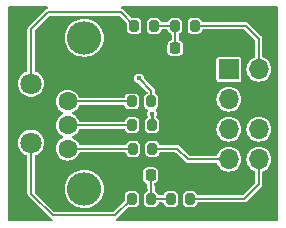
<source format=gbr>
%TF.GenerationSoftware,KiCad,Pcbnew,7.0.5-4d25ed1034~172~ubuntu22.04.1*%
%TF.CreationDate,2023-06-13T21:53:17+03:00*%
%TF.ProjectId,SolderPlate_Control,536f6c64-6572-4506-9c61-74655f436f6e,rev?*%
%TF.SameCoordinates,Original*%
%TF.FileFunction,Copper,L1,Top*%
%TF.FilePolarity,Positive*%
%FSLAX46Y46*%
G04 Gerber Fmt 4.6, Leading zero omitted, Abs format (unit mm)*
G04 Created by KiCad (PCBNEW 7.0.5-4d25ed1034~172~ubuntu22.04.1) date 2023-06-13 21:53:17*
%MOMM*%
%LPD*%
G01*
G04 APERTURE LIST*
G04 Aperture macros list*
%AMRoundRect*
0 Rectangle with rounded corners*
0 $1 Rounding radius*
0 $2 $3 $4 $5 $6 $7 $8 $9 X,Y pos of 4 corners*
0 Add a 4 corners polygon primitive as box body*
4,1,4,$2,$3,$4,$5,$6,$7,$8,$9,$2,$3,0*
0 Add four circle primitives for the rounded corners*
1,1,$1+$1,$2,$3*
1,1,$1+$1,$4,$5*
1,1,$1+$1,$6,$7*
1,1,$1+$1,$8,$9*
0 Add four rect primitives between the rounded corners*
20,1,$1+$1,$2,$3,$4,$5,0*
20,1,$1+$1,$4,$5,$6,$7,0*
20,1,$1+$1,$6,$7,$8,$9,0*
20,1,$1+$1,$8,$9,$2,$3,0*%
G04 Aperture macros list end*
%TA.AperFunction,SMDPad,CuDef*%
%ADD10RoundRect,0.200000X-0.200000X-0.275000X0.200000X-0.275000X0.200000X0.275000X-0.200000X0.275000X0*%
%TD*%
%TA.AperFunction,SMDPad,CuDef*%
%ADD11RoundRect,0.200000X0.200000X0.275000X-0.200000X0.275000X-0.200000X-0.275000X0.200000X-0.275000X0*%
%TD*%
%TA.AperFunction,ComponentPad*%
%ADD12R,1.700000X1.700000*%
%TD*%
%TA.AperFunction,ComponentPad*%
%ADD13O,1.700000X1.700000*%
%TD*%
%TA.AperFunction,SMDPad,CuDef*%
%ADD14RoundRect,0.225000X0.225000X0.250000X-0.225000X0.250000X-0.225000X-0.250000X0.225000X-0.250000X0*%
%TD*%
%TA.AperFunction,SMDPad,CuDef*%
%ADD15RoundRect,0.225000X-0.225000X-0.250000X0.225000X-0.250000X0.225000X0.250000X-0.225000X0.250000X0*%
%TD*%
%TA.AperFunction,ComponentPad*%
%ADD16C,1.600000*%
%TD*%
%TA.AperFunction,ComponentPad*%
%ADD17C,1.800000*%
%TD*%
%TA.AperFunction,ComponentPad*%
%ADD18O,2.900000X2.800000*%
%TD*%
%TA.AperFunction,ViaPad*%
%ADD19C,0.450000*%
%TD*%
%TA.AperFunction,Conductor*%
%ADD20C,0.250000*%
%TD*%
%TA.AperFunction,Conductor*%
%ADD21C,0.200000*%
%TD*%
G04 APERTURE END LIST*
D10*
%TO.P,R4,1*%
%TO.N,Net-(U1-A)*%
X10900000Y18450000D03*
%TO.P,R4,2*%
%TO.N,Net-(C1-Pad1)*%
X12550000Y18450000D03*
%TD*%
D11*
%TO.P,R6,1*%
%TO.N,Net-(C2-Pad1)*%
X12325000Y3800000D03*
%TO.P,R6,2*%
%TO.N,Net-(U1-B)*%
X10675000Y3800000D03*
%TD*%
D12*
%TO.P,J1,1,Pin_1*%
%TO.N,+5V*%
X18900000Y14780000D03*
D13*
%TO.P,J1,2,Pin_2*%
%TO.N,/Enc_A*%
X21440000Y14780000D03*
%TO.P,J1,3,Pin_3*%
%TO.N,/LED_Blue*%
X18900000Y12240000D03*
%TO.P,J1,4,Pin_4*%
%TO.N,GND*%
X21440000Y12240000D03*
%TO.P,J1,5,Pin_5*%
%TO.N,/LED_Orange*%
X18900000Y9700000D03*
%TO.P,J1,6,Pin_6*%
%TO.N,unconnected-(J1-Pin_6-Pad6)*%
X21440000Y9700000D03*
%TO.P,J1,7,Pin_7*%
%TO.N,/Enc_SW*%
X18900000Y7160000D03*
%TO.P,J1,8,Pin_8*%
%TO.N,/Enc_B*%
X21440000Y7160000D03*
%TD*%
D11*
%TO.P,R1,1*%
%TO.N,/Enc_SW*%
X12425000Y8050000D03*
%TO.P,R1,2*%
%TO.N,Net-(U1-SW)*%
X10775000Y8050000D03*
%TD*%
D10*
%TO.P,R7,1*%
%TO.N,Net-(C2-Pad1)*%
X13975000Y3800000D03*
%TO.P,R7,2*%
%TO.N,/Enc_B*%
X15625000Y3800000D03*
%TD*%
D11*
%TO.P,R2,1*%
%TO.N,Net-(Q4-S)*%
X12375000Y10050000D03*
%TO.P,R2,2*%
%TO.N,Net-(U1-A2)*%
X10725000Y10050000D03*
%TD*%
D14*
%TO.P,C2,1*%
%TO.N,Net-(C2-Pad1)*%
X12275000Y5800000D03*
%TO.P,C2,2*%
%TO.N,GND*%
X10725000Y5800000D03*
%TD*%
D15*
%TO.P,C1,1*%
%TO.N,Net-(C1-Pad1)*%
X14350000Y16550000D03*
%TO.P,C1,2*%
%TO.N,GND*%
X15900000Y16550000D03*
%TD*%
D11*
%TO.P,R3,1*%
%TO.N,Net-(Q1-S)*%
X12325000Y12050000D03*
%TO.P,R3,2*%
%TO.N,Net-(U1-A1)*%
X10675000Y12050000D03*
%TD*%
%TO.P,R5,1*%
%TO.N,/Enc_A*%
X16000000Y18450000D03*
%TO.P,R5,2*%
%TO.N,Net-(C1-Pad1)*%
X14350000Y18450000D03*
%TD*%
D16*
%TO.P,U1,1,COM*%
%TO.N,GND*%
X5250000Y14050000D03*
%TO.P,U1,2,A1*%
%TO.N,Net-(U1-A1)*%
X5250000Y12050000D03*
%TO.P,U1,3,A2*%
%TO.N,Net-(U1-A2)*%
X5250000Y10050000D03*
%TO.P,U1,4,SW*%
%TO.N,Net-(U1-SW)*%
X5250000Y8050000D03*
D17*
%TO.P,U1,5,A*%
%TO.N,Net-(U1-A)*%
X2150000Y13550000D03*
%TO.P,U1,6,C*%
%TO.N,GND*%
X2150000Y11050000D03*
%TO.P,U1,7,B*%
%TO.N,Net-(U1-B)*%
X2150000Y8550000D03*
D18*
%TO.P,U1,SH*%
%TO.N,N/C*%
X6650000Y4650000D03*
X6650000Y17450000D03*
%TD*%
D19*
%TO.N,GND*%
X14800000Y15400000D03*
X17600000Y10800000D03*
X17600000Y8400000D03*
X20200000Y13400000D03*
X20200000Y11000000D03*
X20200000Y8400000D03*
%TO.N,Net-(Q4-S)*%
X12400000Y11000000D03*
%TO.N,GND*%
X1200000Y18800000D03*
X1200000Y3000000D03*
X1200000Y6000000D03*
X1200000Y16000000D03*
X15200000Y5000000D03*
X15400000Y6400000D03*
X3600000Y9600000D03*
X3600000Y12400000D03*
X8200000Y13200000D03*
X7000000Y13200000D03*
X4800000Y15600000D03*
X4800000Y6600000D03*
X8200000Y6600000D03*
X7000000Y9000000D03*
X8200000Y9000000D03*
X7000000Y11000000D03*
X8200000Y11000000D03*
X8200000Y15400000D03*
X4000000Y18600000D03*
X9400000Y18600000D03*
X10600000Y14800000D03*
X10000000Y13400000D03*
X12800000Y17200000D03*
X17000000Y19400000D03*
X19600000Y19400000D03*
X17200000Y17600000D03*
X18600000Y17400000D03*
X19800000Y16600000D03*
X11000000Y2600000D03*
X13000000Y2600000D03*
X15600000Y2600000D03*
X20000000Y3000000D03*
X18000000Y3000000D03*
X22000000Y3000000D03*
X22000000Y19000000D03*
%TO.N,Net-(Q1-S)*%
X11300000Y14000000D03*
%TD*%
D20*
%TO.N,Net-(Q4-S)*%
X12375000Y10975000D02*
X12400000Y11000000D01*
X12375000Y10050000D02*
X12375000Y10975000D01*
D21*
%TO.N,Net-(C1-Pad1)*%
X14350000Y18450000D02*
X14350000Y16550000D01*
X14350000Y18450000D02*
X12550000Y18450000D01*
%TO.N,Net-(C2-Pad1)*%
X12325000Y4775000D02*
X12325000Y3800000D01*
X13975000Y3800000D02*
X12325000Y3800000D01*
X12275000Y5800000D02*
X12275000Y4825000D01*
X12275000Y4825000D02*
X12325000Y4775000D01*
%TO.N,/Enc_A*%
X20350000Y18450000D02*
X16000000Y18450000D01*
X21440000Y17360000D02*
X20350000Y18450000D01*
X21440000Y14780000D02*
X21440000Y17360000D01*
%TO.N,/Enc_B*%
X21440000Y7160000D02*
X21440000Y5040000D01*
X21440000Y5040000D02*
X20200000Y3800000D01*
X20200000Y3800000D02*
X15625000Y3800000D01*
%TO.N,/Enc_SW*%
X14550000Y8050000D02*
X15440000Y7160000D01*
X15440000Y7160000D02*
X18900000Y7160000D01*
X12425000Y8050000D02*
X14550000Y8050000D01*
%TO.N,Net-(Q1-S)*%
X12325000Y12975000D02*
X12325000Y12050000D01*
X11300000Y14000000D02*
X12325000Y12975000D01*
%TO.N,Net-(U1-SW)*%
X10775000Y8050000D02*
X5250000Y8050000D01*
%TO.N,Net-(U1-A2)*%
X10725000Y10050000D02*
X5250000Y10050000D01*
%TO.N,Net-(U1-A1)*%
X10675000Y12050000D02*
X5250000Y12050000D01*
%TO.N,Net-(U1-A)*%
X10900000Y18450000D02*
X9750000Y19600000D01*
X2150000Y18150000D02*
X2150000Y13550000D01*
X3600000Y19600000D02*
X2150000Y18150000D01*
X9750000Y19600000D02*
X3600000Y19600000D01*
%TO.N,Net-(U1-B)*%
X9275000Y2400000D02*
X4000000Y2400000D01*
X2150000Y4250000D02*
X2150000Y8550000D01*
X10675000Y3800000D02*
X9275000Y2400000D01*
X4000000Y2400000D02*
X2150000Y4250000D01*
%TD*%
%TA.AperFunction,Conductor*%
%TO.N,GND*%
G36*
X3527164Y20079183D02*
G01*
X3566760Y20024683D01*
X3566760Y19957317D01*
X3527164Y19902817D01*
X3498328Y19890402D01*
X3498984Y19888709D01*
X3489566Y19885061D01*
X3462761Y19868465D01*
X3456081Y19864944D01*
X3427237Y19852207D01*
X3427235Y19852206D01*
X3427233Y19852205D01*
X3427228Y19852201D01*
X3421102Y19846075D01*
X3401423Y19830487D01*
X3394050Y19825922D01*
X3394045Y19825917D01*
X3375047Y19800761D01*
X3370088Y19795061D01*
X1981575Y18406549D01*
X1975877Y18401590D01*
X1965770Y18393958D01*
X1933449Y18358504D01*
X1931714Y18356686D01*
X1917824Y18342796D01*
X1916010Y18340148D01*
X1911328Y18334239D01*
X1890084Y18310935D01*
X1890082Y18310930D01*
X1886950Y18302846D01*
X1875244Y18280637D01*
X1870345Y18273485D01*
X1870344Y18273482D01*
X1863125Y18242795D01*
X1860891Y18235582D01*
X1849501Y18206178D01*
X1849500Y18206171D01*
X1849500Y18197510D01*
X1846605Y18172556D01*
X1844621Y18164123D01*
X1844621Y18164118D01*
X1848977Y18132892D01*
X1849500Y18125354D01*
X1849500Y14688449D01*
X1828683Y14624380D01*
X1779875Y14586810D01*
X1657371Y14539352D01*
X1657360Y14539347D01*
X1483961Y14431983D01*
X1483957Y14431980D01*
X1333234Y14294578D01*
X1210327Y14131823D01*
X1210327Y14131822D01*
X1119418Y13949251D01*
X1119416Y13949247D01*
X1063603Y13753083D01*
X1063602Y13753083D01*
X1044785Y13550001D01*
X1044785Y13550000D01*
X1063602Y13346918D01*
X1119416Y13150754D01*
X1119418Y13150750D01*
X1210327Y12968179D01*
X1210327Y12968178D01*
X1317359Y12826445D01*
X1333236Y12805421D01*
X1483959Y12668019D01*
X1657363Y12560652D01*
X1847544Y12486976D01*
X2048024Y12449500D01*
X2048025Y12449500D01*
X2251975Y12449500D01*
X2251976Y12449500D01*
X2452456Y12486976D01*
X2642637Y12560652D01*
X2816041Y12668019D01*
X2966764Y12805421D01*
X3089673Y12968179D01*
X3180582Y13150750D01*
X3236397Y13346917D01*
X3255215Y13550000D01*
X3253024Y13573640D01*
X3236397Y13753083D01*
X3180583Y13949247D01*
X3180582Y13949248D01*
X3180582Y13949250D01*
X3155312Y14000000D01*
X10869196Y14000000D01*
X10890280Y13866877D01*
X10890280Y13866876D01*
X10890280Y13866875D01*
X10890281Y13866874D01*
X10951472Y13746780D01*
X11046780Y13651472D01*
X11166874Y13590281D01*
X11271949Y13573639D01*
X11331971Y13543057D01*
X11331972Y13543057D01*
X11992575Y12882454D01*
X12023158Y12822430D01*
X12024500Y12805379D01*
X12024500Y12790080D01*
X12003683Y12726011D01*
X11964985Y12692961D01*
X11886659Y12653052D01*
X11796950Y12563343D01*
X11739353Y12450304D01*
X11724500Y12356520D01*
X11724500Y11743485D01*
X11724501Y11743480D01*
X11739353Y11649698D01*
X11739353Y11649697D01*
X11739354Y11649696D01*
X11796950Y11536658D01*
X11886658Y11446950D01*
X11998749Y11389837D01*
X12046383Y11342203D01*
X12056921Y11275667D01*
X12046383Y11243234D01*
X11990281Y11133128D01*
X11990280Y11133124D01*
X11969196Y11000001D01*
X11969196Y11000000D01*
X11990281Y10866874D01*
X11990281Y10866873D01*
X12016237Y10815931D01*
X12026775Y10749395D01*
X11996191Y10689372D01*
X11968604Y10669328D01*
X11936657Y10653050D01*
X11846951Y10563345D01*
X11789353Y10450304D01*
X11774500Y10356520D01*
X11774500Y9743485D01*
X11774501Y9743480D01*
X11789353Y9649698D01*
X11789353Y9649697D01*
X11789354Y9649696D01*
X11846950Y9536658D01*
X11936658Y9446950D01*
X12049696Y9389354D01*
X12143481Y9374500D01*
X12606518Y9374501D01*
X12700304Y9389354D01*
X12813342Y9446950D01*
X12903050Y9536658D01*
X12960646Y9649696D01*
X12968613Y9700000D01*
X17844417Y9700000D01*
X17864700Y9494066D01*
X17924768Y9296046D01*
X18022315Y9113550D01*
X18153590Y8953590D01*
X18313550Y8822315D01*
X18496046Y8724768D01*
X18694066Y8664700D01*
X18883054Y8646087D01*
X18899999Y8644417D01*
X18900000Y8644417D01*
X18900001Y8644417D01*
X18915657Y8645960D01*
X19105934Y8664700D01*
X19303954Y8724768D01*
X19486450Y8822315D01*
X19646410Y8953590D01*
X19777685Y9113550D01*
X19875232Y9296046D01*
X19935300Y9494066D01*
X19955583Y9700000D01*
X20384417Y9700000D01*
X20404700Y9494066D01*
X20464768Y9296046D01*
X20562315Y9113550D01*
X20693590Y8953590D01*
X20853550Y8822315D01*
X21036046Y8724768D01*
X21234066Y8664700D01*
X21423054Y8646087D01*
X21439999Y8644417D01*
X21440000Y8644417D01*
X21440001Y8644417D01*
X21455657Y8645960D01*
X21645934Y8664700D01*
X21843954Y8724768D01*
X22026450Y8822315D01*
X22186410Y8953590D01*
X22317685Y9113550D01*
X22415232Y9296046D01*
X22475300Y9494066D01*
X22495583Y9700000D01*
X22475300Y9905934D01*
X22415232Y10103954D01*
X22317685Y10286450D01*
X22186410Y10446410D01*
X22026450Y10577685D01*
X21843954Y10675232D01*
X21645934Y10735300D01*
X21490075Y10750651D01*
X21440001Y10755583D01*
X21439999Y10755583D01*
X21389925Y10750651D01*
X21234066Y10735300D01*
X21036046Y10675232D01*
X21036043Y10675231D01*
X21036041Y10675230D01*
X20853555Y10577688D01*
X20853552Y10577687D01*
X20853550Y10577685D01*
X20853547Y10577684D01*
X20853549Y10577684D01*
X20693594Y10446414D01*
X20693586Y10446406D01*
X20562316Y10286451D01*
X20562312Y10286445D01*
X20464770Y10103959D01*
X20464769Y10103957D01*
X20464768Y10103954D01*
X20404700Y9905934D01*
X20404700Y9905933D01*
X20387117Y9727409D01*
X20384417Y9700000D01*
X19955583Y9700000D01*
X19935300Y9905934D01*
X19875232Y10103954D01*
X19777685Y10286450D01*
X19646410Y10446410D01*
X19486450Y10577685D01*
X19303954Y10675232D01*
X19105934Y10735300D01*
X18950075Y10750651D01*
X18900001Y10755583D01*
X18899999Y10755583D01*
X18849925Y10750651D01*
X18694066Y10735300D01*
X18496046Y10675232D01*
X18496043Y10675231D01*
X18496041Y10675230D01*
X18313555Y10577688D01*
X18313552Y10577687D01*
X18313550Y10577685D01*
X18313547Y10577684D01*
X18313549Y10577684D01*
X18153594Y10446414D01*
X18153586Y10446406D01*
X18022316Y10286451D01*
X18022312Y10286445D01*
X17924770Y10103959D01*
X17924769Y10103957D01*
X17924768Y10103954D01*
X17864700Y9905934D01*
X17864700Y9905933D01*
X17847117Y9727409D01*
X17844417Y9700000D01*
X12968613Y9700000D01*
X12975500Y9743481D01*
X12975499Y10356518D01*
X12960646Y10450304D01*
X12903050Y10563342D01*
X12903049Y10563343D01*
X12903048Y10563345D01*
X12813342Y10653050D01*
X12806495Y10658025D01*
X12766901Y10712527D01*
X12766905Y10779893D01*
X12773444Y10795681D01*
X12809719Y10866874D01*
X12830804Y11000000D01*
X12809719Y11133126D01*
X12748528Y11253220D01*
X12731274Y11270474D01*
X12700691Y11330498D01*
X12711229Y11397034D01*
X12758862Y11444668D01*
X12763342Y11446950D01*
X12853050Y11536658D01*
X12910646Y11649696D01*
X12925500Y11743481D01*
X12925499Y12240000D01*
X17844417Y12240000D01*
X17864700Y12034066D01*
X17924768Y11836046D01*
X18022315Y11653550D01*
X18153590Y11493590D01*
X18313550Y11362315D01*
X18496046Y11264768D01*
X18694066Y11204700D01*
X18883054Y11186087D01*
X18899999Y11184417D01*
X18900000Y11184417D01*
X18900001Y11184417D01*
X18915657Y11185960D01*
X19105934Y11204700D01*
X19303954Y11264768D01*
X19486450Y11362315D01*
X19646410Y11493590D01*
X19777685Y11653550D01*
X19875232Y11836046D01*
X19935300Y12034066D01*
X19955583Y12240000D01*
X19935300Y12445934D01*
X19875232Y12643954D01*
X19777685Y12826450D01*
X19646410Y12986410D01*
X19486450Y13117685D01*
X19368083Y13180954D01*
X19303958Y13215230D01*
X19303957Y13215231D01*
X19303954Y13215232D01*
X19105934Y13275300D01*
X18968644Y13288822D01*
X18900001Y13295583D01*
X18899999Y13295583D01*
X18797033Y13285442D01*
X18694066Y13275300D01*
X18496046Y13215232D01*
X18496043Y13215231D01*
X18496041Y13215230D01*
X18313555Y13117688D01*
X18313552Y13117687D01*
X18313550Y13117685D01*
X18313547Y13117684D01*
X18313549Y13117684D01*
X18153594Y12986414D01*
X18153586Y12986406D01*
X18022316Y12826451D01*
X18022312Y12826445D01*
X17924770Y12643959D01*
X17924769Y12643957D01*
X17924768Y12643954D01*
X17864700Y12445934D01*
X17844417Y12240000D01*
X12925499Y12240000D01*
X12925499Y12356518D01*
X12910646Y12450304D01*
X12853050Y12563342D01*
X12763342Y12653050D01*
X12763340Y12653052D01*
X12685015Y12692961D01*
X12637380Y12740596D01*
X12625500Y12790080D01*
X12625500Y12912682D01*
X12626023Y12920221D01*
X12627771Y12932759D01*
X12627773Y12932764D01*
X12625558Y12980683D01*
X12625500Y12983199D01*
X12625500Y13002840D01*
X12625499Y13002849D01*
X12624913Y13005981D01*
X12624040Y13013500D01*
X12622585Y13044990D01*
X12622585Y13044992D01*
X12619084Y13052920D01*
X12611652Y13076921D01*
X12610061Y13085433D01*
X12593463Y13112240D01*
X12589943Y13118917D01*
X12577206Y13147765D01*
X12571073Y13153898D01*
X12555479Y13173588D01*
X12550919Y13180952D01*
X12550918Y13180953D01*
X12550917Y13180954D01*
X12525762Y13199950D01*
X12520061Y13204911D01*
X11814715Y13910256D01*
X17849499Y13910256D01*
X17861133Y13851768D01*
X17905445Y13785451D01*
X17905450Y13785446D01*
X17971767Y13741134D01*
X17971769Y13741133D01*
X18030252Y13729500D01*
X18030255Y13729500D01*
X19769744Y13729500D01*
X19769748Y13729500D01*
X19828231Y13741133D01*
X19894552Y13785448D01*
X19938867Y13851769D01*
X19950500Y13910252D01*
X19950500Y15649748D01*
X19938867Y15708231D01*
X19938866Y15708233D01*
X19894554Y15774550D01*
X19894549Y15774555D01*
X19828232Y15818867D01*
X19813610Y15821776D01*
X19769748Y15830500D01*
X18030252Y15830500D01*
X17995162Y15823521D01*
X17971767Y15818867D01*
X17905450Y15774555D01*
X17905445Y15774550D01*
X17861133Y15708233D01*
X17849499Y15649745D01*
X17849499Y13910256D01*
X11814715Y13910256D01*
X11756943Y13968028D01*
X11726361Y14028050D01*
X11709719Y14133126D01*
X11648528Y14253220D01*
X11553220Y14348528D01*
X11433126Y14409719D01*
X11433124Y14409720D01*
X11433123Y14409720D01*
X11300000Y14430804D01*
X11166876Y14409720D01*
X11166875Y14409720D01*
X11046778Y14348527D01*
X10951473Y14253222D01*
X10890280Y14133125D01*
X10890280Y14133124D01*
X10869196Y14000001D01*
X10869196Y14000000D01*
X3155312Y14000000D01*
X3089673Y14131821D01*
X3089672Y14131823D01*
X2966765Y14294578D01*
X2816042Y14431980D01*
X2816038Y14431983D01*
X2642639Y14539347D01*
X2642628Y14539352D01*
X2520125Y14586810D01*
X2467902Y14629365D01*
X2450500Y14688449D01*
X2450500Y17450000D01*
X4994551Y17450000D01*
X5014316Y17198854D01*
X5014318Y17198847D01*
X5073125Y16953893D01*
X5169533Y16721143D01*
X5301164Y16506340D01*
X5464770Y16314783D01*
X5464776Y16314776D01*
X5464782Y16314771D01*
X5656339Y16151165D01*
X5656341Y16151164D01*
X5871141Y16019534D01*
X6103889Y15923127D01*
X6103890Y15923127D01*
X6103892Y15923126D01*
X6185543Y15903524D01*
X6348852Y15864317D01*
X6537118Y15849500D01*
X6762881Y15849500D01*
X6762882Y15849500D01*
X6951148Y15864317D01*
X7196111Y15923127D01*
X7428859Y16019534D01*
X7643659Y16151164D01*
X7835224Y16314776D01*
X7998836Y16506341D01*
X8130466Y16721141D01*
X8226873Y16953889D01*
X8285683Y17198852D01*
X8305449Y17450000D01*
X8285683Y17701148D01*
X8246476Y17864457D01*
X8226874Y17946108D01*
X8193977Y18025529D01*
X8130466Y18178859D01*
X7998836Y18393659D01*
X7998835Y18393661D01*
X7835229Y18585218D01*
X7835224Y18585224D01*
X7750654Y18657454D01*
X7643660Y18748836D01*
X7428857Y18880467D01*
X7196107Y18976875D01*
X6951153Y19035682D01*
X6951146Y19035684D01*
X6762883Y19050500D01*
X6762882Y19050500D01*
X6537118Y19050500D01*
X6537117Y19050500D01*
X6348853Y19035684D01*
X6348846Y19035682D01*
X6103892Y18976875D01*
X5871142Y18880467D01*
X5656339Y18748836D01*
X5464782Y18585230D01*
X5464770Y18585218D01*
X5301164Y18393661D01*
X5169533Y18178858D01*
X5073125Y17946108D01*
X5014318Y17701154D01*
X5014316Y17701147D01*
X4994551Y17450001D01*
X4994551Y17450000D01*
X2450500Y17450000D01*
X2450500Y17980379D01*
X2471317Y18044448D01*
X2482425Y18057454D01*
X3692547Y19267575D01*
X3752571Y19298158D01*
X3769622Y19299500D01*
X9580379Y19299500D01*
X9644448Y19278683D01*
X9657454Y19267575D01*
X10267575Y18657454D01*
X10298158Y18597430D01*
X10299500Y18580379D01*
X10299500Y18143485D01*
X10299501Y18143480D01*
X10314353Y18049698D01*
X10314353Y18049697D01*
X10314354Y18049696D01*
X10371950Y17936658D01*
X10461658Y17846950D01*
X10574696Y17789354D01*
X10668481Y17774500D01*
X11131518Y17774501D01*
X11225304Y17789354D01*
X11338342Y17846950D01*
X11428050Y17936658D01*
X11485646Y18049696D01*
X11500500Y18143481D01*
X11500500Y18143485D01*
X11949500Y18143485D01*
X11949501Y18143480D01*
X11964353Y18049698D01*
X11964353Y18049697D01*
X11964354Y18049696D01*
X12021950Y17936658D01*
X12111658Y17846950D01*
X12224696Y17789354D01*
X12318481Y17774500D01*
X12781518Y17774501D01*
X12875304Y17789354D01*
X12988342Y17846950D01*
X13078050Y17936658D01*
X13135646Y18049696D01*
X13136890Y18057552D01*
X13167473Y18117574D01*
X13227496Y18148158D01*
X13244548Y18149500D01*
X13655452Y18149500D01*
X13719521Y18128683D01*
X13759117Y18074183D01*
X13763109Y18057555D01*
X13764354Y18049696D01*
X13821950Y17936658D01*
X13911658Y17846950D01*
X13989986Y17807040D01*
X14037620Y17759406D01*
X14049500Y17709921D01*
X14049500Y17305876D01*
X14028683Y17241807D01*
X13989986Y17208758D01*
X13876070Y17150714D01*
X13871778Y17148527D01*
X13776473Y17053222D01*
X13715280Y16933125D01*
X13715280Y16933124D01*
X13699500Y16833490D01*
X13699500Y16266511D01*
X13715280Y16166877D01*
X13715280Y16166876D01*
X13715280Y16166875D01*
X13715281Y16166874D01*
X13776472Y16046780D01*
X13871780Y15951472D01*
X13991874Y15890281D01*
X14091512Y15874500D01*
X14091513Y15874500D01*
X14608487Y15874500D01*
X14608488Y15874500D01*
X14708126Y15890281D01*
X14828220Y15951472D01*
X14923528Y16046780D01*
X14984719Y16166874D01*
X15000500Y16266512D01*
X15000500Y16833488D01*
X14984719Y16933126D01*
X14923528Y17053220D01*
X14828220Y17148528D01*
X14710013Y17208758D01*
X14662380Y17256391D01*
X14650500Y17305876D01*
X14650500Y17709921D01*
X14671317Y17773990D01*
X14710012Y17807040D01*
X14788342Y17846950D01*
X14878050Y17936658D01*
X14935646Y18049696D01*
X14950500Y18143481D01*
X14950500Y18143485D01*
X15399500Y18143485D01*
X15399501Y18143480D01*
X15414353Y18049698D01*
X15414353Y18049697D01*
X15414354Y18049696D01*
X15471950Y17936658D01*
X15561658Y17846950D01*
X15674696Y17789354D01*
X15768481Y17774500D01*
X16231518Y17774501D01*
X16325304Y17789354D01*
X16438342Y17846950D01*
X16528050Y17936658D01*
X16585646Y18049696D01*
X16586890Y18057552D01*
X16617473Y18117574D01*
X16677496Y18148158D01*
X16694548Y18149500D01*
X20180379Y18149500D01*
X20244448Y18128683D01*
X20257453Y18117576D01*
X21107576Y17267453D01*
X21138158Y17207431D01*
X21139500Y17190380D01*
X21139500Y15867455D01*
X21118683Y15803386D01*
X21064183Y15763790D01*
X21062143Y15763149D01*
X21036047Y15755233D01*
X21036045Y15755232D01*
X20853558Y15657691D01*
X20853549Y15657684D01*
X20693594Y15526414D01*
X20693586Y15526406D01*
X20562316Y15366451D01*
X20562312Y15366445D01*
X20464770Y15183959D01*
X20464769Y15183957D01*
X20464768Y15183954D01*
X20404700Y14985934D01*
X20384417Y14780000D01*
X20404700Y14574066D01*
X20464768Y14376046D01*
X20562315Y14193550D01*
X20693590Y14033590D01*
X20853550Y13902315D01*
X21036046Y13804768D01*
X21234066Y13744700D01*
X21423054Y13726087D01*
X21439999Y13724417D01*
X21440000Y13724417D01*
X21440001Y13724417D01*
X21455657Y13725960D01*
X21645934Y13744700D01*
X21843954Y13804768D01*
X22026450Y13902315D01*
X22186410Y14033590D01*
X22317685Y14193550D01*
X22415232Y14376046D01*
X22475300Y14574066D01*
X22495583Y14780000D01*
X22475300Y14985934D01*
X22415232Y15183954D01*
X22317685Y15366450D01*
X22186410Y15526410D01*
X22026450Y15657685D01*
X22026445Y15657688D01*
X22026441Y15657691D01*
X21843954Y15755232D01*
X21843952Y15755233D01*
X21817857Y15763149D01*
X21762591Y15801669D01*
X21740521Y15865317D01*
X21740500Y15867455D01*
X21740500Y17297682D01*
X21741023Y17305221D01*
X21742771Y17317759D01*
X21742773Y17317764D01*
X21740558Y17365683D01*
X21740500Y17368199D01*
X21740500Y17387840D01*
X21740499Y17387849D01*
X21739913Y17390981D01*
X21739040Y17398500D01*
X21737585Y17429990D01*
X21737585Y17429992D01*
X21734084Y17437920D01*
X21726652Y17461921D01*
X21725061Y17470433D01*
X21708463Y17497240D01*
X21704943Y17503917D01*
X21692206Y17532765D01*
X21686073Y17538898D01*
X21670479Y17558588D01*
X21665919Y17565952D01*
X21665918Y17565953D01*
X21665917Y17565954D01*
X21640762Y17584950D01*
X21635061Y17589911D01*
X20606550Y18618422D01*
X20601589Y18624123D01*
X20593958Y18634227D01*
X20593958Y18634228D01*
X20558513Y18666541D01*
X20556692Y18668279D01*
X20542797Y18682174D01*
X20540148Y18683989D01*
X20534238Y18688671D01*
X20521223Y18700535D01*
X20510934Y18709916D01*
X20502844Y18713050D01*
X20480628Y18724761D01*
X20473482Y18729656D01*
X20466683Y18731255D01*
X20442787Y18736876D01*
X20435582Y18739107D01*
X20406173Y18750500D01*
X20397507Y18750500D01*
X20372550Y18753396D01*
X20364119Y18755379D01*
X20332892Y18751023D01*
X20325354Y18750500D01*
X16694548Y18750500D01*
X16630479Y18771317D01*
X16590883Y18825817D01*
X16586890Y18842448D01*
X16586890Y18842449D01*
X16585646Y18850304D01*
X16528050Y18963342D01*
X16438342Y19053050D01*
X16325303Y19110647D01*
X16231519Y19125500D01*
X15768484Y19125500D01*
X15768479Y19125499D01*
X15674697Y19110647D01*
X15561657Y19053050D01*
X15471950Y18963343D01*
X15414353Y18850304D01*
X15399500Y18756520D01*
X15399500Y18143485D01*
X14950500Y18143485D01*
X14950499Y18756518D01*
X14935646Y18850304D01*
X14878050Y18963342D01*
X14788342Y19053050D01*
X14788341Y19053050D01*
X14675303Y19110647D01*
X14581519Y19125500D01*
X14118484Y19125500D01*
X14118479Y19125499D01*
X14024697Y19110647D01*
X13911657Y19053050D01*
X13821950Y18963343D01*
X13764353Y18850304D01*
X13763110Y18842449D01*
X13732527Y18782426D01*
X13672504Y18751842D01*
X13655452Y18750500D01*
X13244548Y18750500D01*
X13180479Y18771317D01*
X13140883Y18825817D01*
X13136890Y18842448D01*
X13136890Y18842449D01*
X13135646Y18850304D01*
X13078050Y18963342D01*
X12988342Y19053050D01*
X12988341Y19053050D01*
X12875303Y19110647D01*
X12781519Y19125500D01*
X12318484Y19125500D01*
X12318479Y19125499D01*
X12224697Y19110647D01*
X12111657Y19053050D01*
X12021950Y18963343D01*
X11964353Y18850304D01*
X11949500Y18756520D01*
X11949500Y18143485D01*
X11500500Y18143485D01*
X11500499Y18756518D01*
X11485646Y18850304D01*
X11428050Y18963342D01*
X11338342Y19053050D01*
X11338341Y19053050D01*
X11225303Y19110647D01*
X11131519Y19125500D01*
X10694621Y19125500D01*
X10630552Y19146317D01*
X10617546Y19157425D01*
X10006550Y19768422D01*
X10001589Y19774123D01*
X9993958Y19784227D01*
X9993958Y19784228D01*
X9958513Y19816541D01*
X9956692Y19818279D01*
X9942797Y19832174D01*
X9940148Y19833989D01*
X9934238Y19838671D01*
X9919391Y19852206D01*
X9910934Y19859916D01*
X9902844Y19863050D01*
X9880628Y19874761D01*
X9873482Y19879656D01*
X9867355Y19881097D01*
X9851203Y19884897D01*
X9793604Y19919829D01*
X9767538Y19981947D01*
X9782962Y20047523D01*
X9833984Y20091509D01*
X9876161Y20100000D01*
X22990500Y20100000D01*
X23054569Y20079183D01*
X23094165Y20024683D01*
X23099500Y19991000D01*
X23099500Y2009000D01*
X23078683Y1944931D01*
X23024183Y1905335D01*
X22990500Y1900000D01*
X9411906Y1900000D01*
X9347837Y1920817D01*
X9308241Y1975317D01*
X9308241Y2042683D01*
X9347837Y2097183D01*
X9376674Y2109599D01*
X9376018Y2111292D01*
X9385428Y2114939D01*
X9385433Y2114939D01*
X9412251Y2131545D01*
X9418899Y2135050D01*
X9447765Y2147794D01*
X9453887Y2153918D01*
X9473585Y2169521D01*
X9480952Y2174081D01*
X9499956Y2199249D01*
X9504907Y2204937D01*
X9531550Y2231580D01*
X10392547Y3092578D01*
X10452569Y3123159D01*
X10469608Y3124501D01*
X10906518Y3124501D01*
X11000304Y3139354D01*
X11113342Y3196950D01*
X11203050Y3286658D01*
X11260646Y3399696D01*
X11275500Y3493481D01*
X11275499Y4106518D01*
X11260646Y4200304D01*
X11203050Y4313342D01*
X11113342Y4403050D01*
X11035013Y4442961D01*
X11000303Y4460647D01*
X10906519Y4475500D01*
X10443484Y4475500D01*
X10443479Y4475499D01*
X10349697Y4460647D01*
X10236657Y4403050D01*
X10146950Y4313343D01*
X10089353Y4200304D01*
X10074500Y4106521D01*
X10074500Y3669622D01*
X10053683Y3605553D01*
X10042575Y3592547D01*
X9182454Y2732425D01*
X9122430Y2701842D01*
X9105379Y2700500D01*
X4169621Y2700500D01*
X4105552Y2721317D01*
X4092546Y2732425D01*
X2482425Y4342547D01*
X2451842Y4402571D01*
X2450500Y4419622D01*
X2450500Y4650000D01*
X4994551Y4650000D01*
X5014316Y4398854D01*
X5014318Y4398847D01*
X5073125Y4153893D01*
X5169533Y3921143D01*
X5301164Y3706340D01*
X5423706Y3562863D01*
X5464776Y3514776D01*
X5481157Y3500785D01*
X5656339Y3351165D01*
X5656341Y3351164D01*
X5871141Y3219534D01*
X6103889Y3123127D01*
X6103890Y3123127D01*
X6103892Y3123126D01*
X6185543Y3103524D01*
X6348852Y3064317D01*
X6537118Y3049500D01*
X6762881Y3049500D01*
X6762882Y3049500D01*
X6951148Y3064317D01*
X7196111Y3123127D01*
X7428859Y3219534D01*
X7643659Y3351164D01*
X7835224Y3514776D01*
X7998836Y3706341D01*
X8130466Y3921141D01*
X8226873Y4153889D01*
X8285683Y4398852D01*
X8305449Y4650000D01*
X8285683Y4901148D01*
X8226873Y5146111D01*
X8130466Y5378859D01*
X8046112Y5516511D01*
X11624500Y5516511D01*
X11640280Y5416877D01*
X11640280Y5416876D01*
X11640280Y5416875D01*
X11640281Y5416874D01*
X11701472Y5296780D01*
X11796780Y5201472D01*
X11914986Y5141243D01*
X11962619Y5093610D01*
X11974500Y5044125D01*
X11974500Y4887314D01*
X11973977Y4879775D01*
X11972227Y4867234D01*
X11974442Y4819317D01*
X11974500Y4816801D01*
X11974500Y4797154D01*
X11975088Y4794007D01*
X11975958Y4786506D01*
X11977415Y4755007D01*
X11980916Y4747079D01*
X11988347Y4723082D01*
X11989938Y4714569D01*
X11989939Y4714567D01*
X12003995Y4691864D01*
X12006532Y4687767D01*
X12010052Y4681089D01*
X12015208Y4669415D01*
X12024500Y4625377D01*
X12024500Y4540080D01*
X12003683Y4476011D01*
X11964985Y4442961D01*
X11886659Y4403052D01*
X11796950Y4313343D01*
X11739353Y4200304D01*
X11724500Y4106520D01*
X11724500Y3493485D01*
X11724501Y3493480D01*
X11739353Y3399698D01*
X11739353Y3399697D01*
X11739354Y3399696D01*
X11796950Y3286658D01*
X11886658Y3196950D01*
X11999696Y3139354D01*
X12093481Y3124500D01*
X12556518Y3124501D01*
X12650304Y3139354D01*
X12763342Y3196950D01*
X12853050Y3286658D01*
X12910646Y3399696D01*
X12911890Y3407552D01*
X12942473Y3467574D01*
X13002496Y3498158D01*
X13019548Y3499500D01*
X13280452Y3499500D01*
X13344521Y3478683D01*
X13384117Y3424183D01*
X13388109Y3407555D01*
X13389354Y3399696D01*
X13446950Y3286658D01*
X13536658Y3196950D01*
X13649696Y3139354D01*
X13743481Y3124500D01*
X14206518Y3124501D01*
X14300304Y3139354D01*
X14413342Y3196950D01*
X14503050Y3286658D01*
X14560646Y3399696D01*
X14575500Y3493481D01*
X14575500Y3493485D01*
X15024500Y3493485D01*
X15024501Y3493480D01*
X15039353Y3399698D01*
X15039353Y3399697D01*
X15039354Y3399696D01*
X15096950Y3286658D01*
X15186658Y3196950D01*
X15299696Y3139354D01*
X15393481Y3124500D01*
X15856518Y3124501D01*
X15950304Y3139354D01*
X16063342Y3196950D01*
X16153050Y3286658D01*
X16210646Y3399696D01*
X16211890Y3407552D01*
X16242473Y3467574D01*
X16302496Y3498158D01*
X16319548Y3499500D01*
X20137686Y3499500D01*
X20145225Y3498977D01*
X20157759Y3497229D01*
X20157765Y3497227D01*
X20200196Y3499189D01*
X20205683Y3499442D01*
X20208199Y3499500D01*
X20227840Y3499500D01*
X20227844Y3499500D01*
X20230987Y3500088D01*
X20238492Y3500960D01*
X20269992Y3502415D01*
X20277919Y3505916D01*
X20301916Y3513348D01*
X20310433Y3514939D01*
X20337251Y3531545D01*
X20343899Y3535050D01*
X20372765Y3547794D01*
X20378887Y3553918D01*
X20398585Y3569521D01*
X20405952Y3574081D01*
X20424956Y3599249D01*
X20429907Y3604937D01*
X21608422Y4783452D01*
X21614127Y4788416D01*
X21624224Y4796041D01*
X21624228Y4796042D01*
X21656565Y4831516D01*
X21658268Y4833299D01*
X21672174Y4847203D01*
X21673986Y4849850D01*
X21678668Y4855761D01*
X21699916Y4879067D01*
X21703045Y4887145D01*
X21714760Y4909373D01*
X21719657Y4916519D01*
X21726877Y4947222D01*
X21729103Y4954411D01*
X21740500Y4983827D01*
X21740500Y4992492D01*
X21743395Y5017446D01*
X21745379Y5025881D01*
X21741020Y5057123D01*
X21740500Y5064632D01*
X21740500Y6072550D01*
X21761316Y6136615D01*
X21815816Y6176211D01*
X21817792Y6176833D01*
X21843954Y6184768D01*
X22026450Y6282315D01*
X22186410Y6413590D01*
X22317685Y6573550D01*
X22415232Y6756046D01*
X22475300Y6954066D01*
X22495583Y7160000D01*
X22475300Y7365934D01*
X22415232Y7563954D01*
X22317685Y7746450D01*
X22186410Y7906410D01*
X22026450Y8037685D01*
X21843954Y8135232D01*
X21645934Y8195300D01*
X21508644Y8208823D01*
X21440001Y8215583D01*
X21439999Y8215583D01*
X21337032Y8205442D01*
X21234066Y8195300D01*
X21036046Y8135232D01*
X21036043Y8135231D01*
X21036041Y8135230D01*
X20853555Y8037688D01*
X20853552Y8037687D01*
X20853550Y8037685D01*
X20853547Y8037684D01*
X20853549Y8037684D01*
X20693594Y7906414D01*
X20693586Y7906406D01*
X20562316Y7746451D01*
X20562312Y7746445D01*
X20464770Y7563959D01*
X20464770Y7563958D01*
X20464768Y7563954D01*
X20404700Y7365934D01*
X20404700Y7365933D01*
X20389745Y7214091D01*
X20384417Y7160000D01*
X20404700Y6954066D01*
X20464768Y6756046D01*
X20562315Y6573550D01*
X20693590Y6413590D01*
X20853550Y6282315D01*
X21036046Y6184768D01*
X21062141Y6176853D01*
X21117408Y6138334D01*
X21139479Y6074687D01*
X21139500Y6072546D01*
X21139500Y5209621D01*
X21118683Y5145552D01*
X21107575Y5132546D01*
X20107454Y4132425D01*
X20047430Y4101842D01*
X20030379Y4100500D01*
X16319548Y4100500D01*
X16255479Y4121317D01*
X16215883Y4175817D01*
X16211890Y4192448D01*
X16211890Y4192449D01*
X16210646Y4200304D01*
X16153050Y4313342D01*
X16063342Y4403050D01*
X15985013Y4442961D01*
X15950303Y4460647D01*
X15856519Y4475500D01*
X15393484Y4475500D01*
X15393479Y4475499D01*
X15299697Y4460647D01*
X15186657Y4403050D01*
X15096950Y4313343D01*
X15039353Y4200304D01*
X15024500Y4106520D01*
X15024500Y3493485D01*
X14575500Y3493485D01*
X14575499Y4106518D01*
X14560646Y4200304D01*
X14503050Y4313342D01*
X14413342Y4403050D01*
X14335013Y4442961D01*
X14300303Y4460647D01*
X14206519Y4475500D01*
X13743484Y4475500D01*
X13743479Y4475499D01*
X13649697Y4460647D01*
X13536657Y4403050D01*
X13446950Y4313343D01*
X13389353Y4200304D01*
X13388110Y4192449D01*
X13357527Y4132426D01*
X13297504Y4101842D01*
X13280452Y4100500D01*
X13019548Y4100500D01*
X12955479Y4121317D01*
X12915883Y4175817D01*
X12911890Y4192448D01*
X12911890Y4192449D01*
X12910646Y4200304D01*
X12853050Y4313342D01*
X12763342Y4403050D01*
X12763342Y4403051D01*
X12763340Y4403052D01*
X12685015Y4442961D01*
X12637380Y4490596D01*
X12625500Y4540080D01*
X12625500Y4712682D01*
X12626023Y4720221D01*
X12627771Y4732759D01*
X12627773Y4732764D01*
X12625558Y4780683D01*
X12625500Y4783199D01*
X12625500Y4802840D01*
X12625499Y4802849D01*
X12624913Y4805981D01*
X12624040Y4813500D01*
X12623887Y4816801D01*
X12622585Y4844991D01*
X12621608Y4847203D01*
X12619084Y4852920D01*
X12611652Y4876921D01*
X12610061Y4885433D01*
X12593462Y4912242D01*
X12589942Y4918918D01*
X12584784Y4930603D01*
X12575500Y4974622D01*
X12575500Y5044125D01*
X12596317Y5108194D01*
X12635013Y5141243D01*
X12753220Y5201472D01*
X12848528Y5296780D01*
X12909719Y5416874D01*
X12925500Y5516512D01*
X12925500Y6083488D01*
X12909719Y6183126D01*
X12848528Y6303220D01*
X12753220Y6398528D01*
X12633126Y6459719D01*
X12633124Y6459720D01*
X12633123Y6459720D01*
X12533489Y6475500D01*
X12533488Y6475500D01*
X12016512Y6475500D01*
X12016510Y6475500D01*
X11916876Y6459720D01*
X11916875Y6459720D01*
X11796778Y6398527D01*
X11701473Y6303222D01*
X11640280Y6183125D01*
X11640280Y6183124D01*
X11624500Y6083490D01*
X11624500Y5516511D01*
X8046112Y5516511D01*
X7998836Y5593659D01*
X7998835Y5593661D01*
X7835229Y5785218D01*
X7835224Y5785224D01*
X7835217Y5785230D01*
X7643660Y5948836D01*
X7428857Y6080467D01*
X7196107Y6176875D01*
X6951153Y6235682D01*
X6951146Y6235684D01*
X6762883Y6250500D01*
X6762882Y6250500D01*
X6537118Y6250500D01*
X6537117Y6250500D01*
X6348853Y6235684D01*
X6348846Y6235682D01*
X6103892Y6176875D01*
X5871142Y6080467D01*
X5656339Y5948836D01*
X5464782Y5785230D01*
X5464770Y5785218D01*
X5301164Y5593661D01*
X5169533Y5378858D01*
X5073125Y5146108D01*
X5014318Y4901154D01*
X5014316Y4901147D01*
X4994551Y4650001D01*
X4994551Y4650000D01*
X2450500Y4650000D01*
X2450500Y7411552D01*
X2471317Y7475621D01*
X2520122Y7513190D01*
X2642637Y7560652D01*
X2816041Y7668019D01*
X2966764Y7805421D01*
X3089673Y7968179D01*
X3130414Y8049999D01*
X4244659Y8049999D01*
X4263976Y7853865D01*
X4321185Y7665274D01*
X4321186Y7665272D01*
X4414090Y7491462D01*
X4414090Y7491461D01*
X4525121Y7356171D01*
X4539117Y7339117D01*
X4691462Y7214090D01*
X4792657Y7160000D01*
X4865271Y7121187D01*
X4865273Y7121186D01*
X5053864Y7063977D01*
X5053865Y7063977D01*
X5053868Y7063976D01*
X5218124Y7047799D01*
X5249999Y7044659D01*
X5250000Y7044659D01*
X5250001Y7044659D01*
X5274056Y7047029D01*
X5446132Y7063976D01*
X5634727Y7121186D01*
X5808538Y7214090D01*
X5960883Y7339117D01*
X6085910Y7491462D01*
X6178814Y7665273D01*
X6180897Y7672143D01*
X6219418Y7727409D01*
X6283066Y7749479D01*
X6285204Y7749500D01*
X10080452Y7749500D01*
X10144521Y7728683D01*
X10184117Y7674183D01*
X10188109Y7657555D01*
X10189354Y7649696D01*
X10246950Y7536658D01*
X10336658Y7446950D01*
X10449696Y7389354D01*
X10543481Y7374500D01*
X11006518Y7374501D01*
X11100304Y7389354D01*
X11213342Y7446950D01*
X11303050Y7536658D01*
X11360646Y7649696D01*
X11375500Y7743481D01*
X11375500Y7743485D01*
X11824500Y7743485D01*
X11824501Y7743480D01*
X11839353Y7649698D01*
X11839353Y7649697D01*
X11839354Y7649696D01*
X11896950Y7536658D01*
X11986658Y7446950D01*
X12099696Y7389354D01*
X12193481Y7374500D01*
X12656518Y7374501D01*
X12750304Y7389354D01*
X12863342Y7446950D01*
X12953050Y7536658D01*
X13010646Y7649696D01*
X13011890Y7657552D01*
X13042473Y7717574D01*
X13102496Y7748158D01*
X13119548Y7749500D01*
X14380379Y7749500D01*
X14444448Y7728683D01*
X14457454Y7717575D01*
X15183448Y6991580D01*
X15188409Y6985879D01*
X15196041Y6975773D01*
X15231486Y6943460D01*
X15233306Y6941723D01*
X15247202Y6927827D01*
X15249848Y6926014D01*
X15255756Y6921334D01*
X15279067Y6900084D01*
X15279066Y6900084D01*
X15287151Y6896952D01*
X15309370Y6885241D01*
X15316519Y6880344D01*
X15347211Y6873126D01*
X15354422Y6870892D01*
X15383827Y6859500D01*
X15392493Y6859500D01*
X15417449Y6856605D01*
X15425881Y6854621D01*
X15453361Y6858455D01*
X15457108Y6858977D01*
X15464646Y6859500D01*
X17812546Y6859500D01*
X17876615Y6838683D01*
X17916211Y6784183D01*
X17916853Y6782140D01*
X17924769Y6756043D01*
X17924770Y6756042D01*
X18022315Y6573550D01*
X18153590Y6413590D01*
X18313550Y6282315D01*
X18496046Y6184768D01*
X18694066Y6124700D01*
X18883054Y6106087D01*
X18899999Y6104417D01*
X18900000Y6104417D01*
X18900001Y6104417D01*
X18915657Y6105960D01*
X19105934Y6124700D01*
X19303954Y6184768D01*
X19486450Y6282315D01*
X19646410Y6413590D01*
X19777685Y6573550D01*
X19875232Y6756046D01*
X19935300Y6954066D01*
X19955583Y7160000D01*
X19935300Y7365934D01*
X19875232Y7563954D01*
X19777685Y7746450D01*
X19646410Y7906410D01*
X19486450Y8037685D01*
X19303954Y8135232D01*
X19105934Y8195300D01*
X18968644Y8208822D01*
X18900001Y8215583D01*
X18899999Y8215583D01*
X18797033Y8205442D01*
X18694066Y8195300D01*
X18496046Y8135232D01*
X18496043Y8135231D01*
X18496041Y8135230D01*
X18313555Y8037688D01*
X18313552Y8037687D01*
X18313550Y8037685D01*
X18313547Y8037684D01*
X18313549Y8037684D01*
X18153594Y7906414D01*
X18153586Y7906406D01*
X18022316Y7746451D01*
X18022312Y7746445D01*
X17924769Y7563958D01*
X17916853Y7537860D01*
X17878334Y7482592D01*
X17814687Y7460521D01*
X17812546Y7460500D01*
X15609621Y7460500D01*
X15545552Y7481317D01*
X15532546Y7492425D01*
X14806550Y8218422D01*
X14801589Y8224123D01*
X14793958Y8234227D01*
X14793958Y8234228D01*
X14758513Y8266541D01*
X14756692Y8268279D01*
X14742797Y8282174D01*
X14740148Y8283989D01*
X14734238Y8288671D01*
X14721223Y8300535D01*
X14710934Y8309916D01*
X14702844Y8313050D01*
X14680628Y8324761D01*
X14673482Y8329656D01*
X14666683Y8331255D01*
X14642787Y8336876D01*
X14635582Y8339107D01*
X14606173Y8350500D01*
X14597507Y8350500D01*
X14572550Y8353396D01*
X14564119Y8355379D01*
X14532892Y8351023D01*
X14525354Y8350500D01*
X13119548Y8350500D01*
X13055479Y8371317D01*
X13015883Y8425817D01*
X13011890Y8442448D01*
X13011890Y8442449D01*
X13010646Y8450304D01*
X12953050Y8563342D01*
X12863342Y8653050D01*
X12840476Y8664701D01*
X12750303Y8710647D01*
X12656519Y8725500D01*
X12193484Y8725500D01*
X12193479Y8725499D01*
X12099697Y8710647D01*
X11986657Y8653050D01*
X11896950Y8563343D01*
X11839353Y8450304D01*
X11824500Y8356520D01*
X11824500Y7743485D01*
X11375500Y7743485D01*
X11375499Y8356518D01*
X11360646Y8450304D01*
X11303050Y8563342D01*
X11213342Y8653050D01*
X11190476Y8664701D01*
X11100303Y8710647D01*
X11006519Y8725500D01*
X10543484Y8725500D01*
X10543479Y8725499D01*
X10449697Y8710647D01*
X10336657Y8653050D01*
X10246950Y8563343D01*
X10189353Y8450304D01*
X10188110Y8442449D01*
X10157527Y8382426D01*
X10097504Y8351842D01*
X10080452Y8350500D01*
X6285204Y8350500D01*
X6221135Y8371317D01*
X6181539Y8425817D01*
X6180898Y8427857D01*
X6178813Y8434730D01*
X6085909Y8608539D01*
X6085909Y8608540D01*
X5990522Y8724768D01*
X5960883Y8760883D01*
X5886031Y8822313D01*
X5808539Y8885910D01*
X5808534Y8885913D01*
X5681393Y8953871D01*
X5634702Y9002431D01*
X5625473Y9069162D01*
X5657229Y9128573D01*
X5681393Y9146129D01*
X5808534Y9214088D01*
X5808538Y9214090D01*
X5960883Y9339117D01*
X6085910Y9491462D01*
X6178814Y9665273D01*
X6180897Y9672143D01*
X6219418Y9727409D01*
X6283066Y9749479D01*
X6285204Y9749500D01*
X10030452Y9749500D01*
X10094521Y9728683D01*
X10134117Y9674183D01*
X10138109Y9657555D01*
X10139354Y9649696D01*
X10196950Y9536658D01*
X10286658Y9446950D01*
X10399696Y9389354D01*
X10493481Y9374500D01*
X10956518Y9374501D01*
X11050304Y9389354D01*
X11163342Y9446950D01*
X11253050Y9536658D01*
X11310646Y9649696D01*
X11325500Y9743481D01*
X11325499Y10356518D01*
X11310646Y10450304D01*
X11253050Y10563342D01*
X11163342Y10653050D01*
X11131395Y10669328D01*
X11050303Y10710647D01*
X10956519Y10725500D01*
X10493484Y10725500D01*
X10493479Y10725499D01*
X10399697Y10710647D01*
X10286657Y10653050D01*
X10196950Y10563343D01*
X10139353Y10450304D01*
X10138110Y10442449D01*
X10107527Y10382426D01*
X10047504Y10351842D01*
X10030452Y10350500D01*
X6285204Y10350500D01*
X6221135Y10371317D01*
X6181539Y10425817D01*
X6180898Y10427857D01*
X6178813Y10434730D01*
X6102401Y10577685D01*
X6085910Y10608538D01*
X6085909Y10608540D01*
X5989921Y10725500D01*
X5960883Y10760883D01*
X5918471Y10795690D01*
X5808539Y10885910D01*
X5808534Y10885913D01*
X5681393Y10953871D01*
X5634702Y11002431D01*
X5625473Y11069162D01*
X5657229Y11128573D01*
X5681393Y11146129D01*
X5781840Y11199821D01*
X5808538Y11214090D01*
X5960883Y11339117D01*
X6085910Y11491462D01*
X6178814Y11665273D01*
X6180897Y11672143D01*
X6219418Y11727409D01*
X6283066Y11749479D01*
X6285204Y11749500D01*
X9980452Y11749500D01*
X10044521Y11728683D01*
X10084117Y11674183D01*
X10088109Y11657555D01*
X10089354Y11649696D01*
X10146950Y11536658D01*
X10236658Y11446950D01*
X10349696Y11389354D01*
X10443481Y11374500D01*
X10906518Y11374501D01*
X11000304Y11389354D01*
X11113342Y11446950D01*
X11203050Y11536658D01*
X11260646Y11649696D01*
X11275500Y11743481D01*
X11275499Y12356518D01*
X11260646Y12450304D01*
X11203050Y12563342D01*
X11113342Y12653050D01*
X11035013Y12692961D01*
X11000303Y12710647D01*
X10906519Y12725500D01*
X10443484Y12725500D01*
X10443479Y12725499D01*
X10349697Y12710647D01*
X10236657Y12653050D01*
X10146950Y12563343D01*
X10089353Y12450304D01*
X10088110Y12442449D01*
X10057527Y12382426D01*
X9997504Y12351842D01*
X9980452Y12350500D01*
X6285204Y12350500D01*
X6221135Y12371317D01*
X6181539Y12425817D01*
X6180898Y12427857D01*
X6178813Y12434730D01*
X6126362Y12532857D01*
X6085910Y12608538D01*
X6085909Y12608540D01*
X5960886Y12760879D01*
X5960883Y12760883D01*
X5808538Y12885910D01*
X5733567Y12925983D01*
X5634728Y12978814D01*
X5634726Y12978815D01*
X5446135Y13036024D01*
X5446136Y13036024D01*
X5250001Y13055341D01*
X5249999Y13055341D01*
X5053864Y13036024D01*
X4865273Y12978815D01*
X4865271Y12978814D01*
X4691461Y12885910D01*
X4691460Y12885910D01*
X4539121Y12760887D01*
X4539113Y12760879D01*
X4414090Y12608540D01*
X4414090Y12608539D01*
X4321186Y12434729D01*
X4321185Y12434727D01*
X4263976Y12246136D01*
X4244659Y12050002D01*
X4244659Y12049999D01*
X4263976Y11853865D01*
X4321185Y11665274D01*
X4321186Y11665272D01*
X4414090Y11491462D01*
X4414090Y11491461D01*
X4450619Y11446951D01*
X4539117Y11339117D01*
X4691462Y11214090D01*
X4746976Y11184417D01*
X4818607Y11146129D01*
X4865297Y11097568D01*
X4874526Y11030838D01*
X4842770Y10971427D01*
X4818607Y10953871D01*
X4691461Y10885910D01*
X4691460Y10885910D01*
X4539121Y10760887D01*
X4539113Y10760879D01*
X4414090Y10608540D01*
X4414090Y10608539D01*
X4321186Y10434729D01*
X4321185Y10434727D01*
X4263976Y10246136D01*
X4244659Y10050002D01*
X4244659Y10049999D01*
X4263976Y9853865D01*
X4321185Y9665274D01*
X4321186Y9665272D01*
X4414090Y9491462D01*
X4414090Y9491461D01*
X4497888Y9389354D01*
X4539117Y9339117D01*
X4691462Y9214090D01*
X4751549Y9181973D01*
X4818607Y9146129D01*
X4865297Y9097568D01*
X4874526Y9030838D01*
X4842770Y8971427D01*
X4818607Y8953871D01*
X4691461Y8885910D01*
X4691460Y8885910D01*
X4539121Y8760887D01*
X4539113Y8760879D01*
X4414090Y8608540D01*
X4414090Y8608539D01*
X4321186Y8434729D01*
X4321185Y8434727D01*
X4263976Y8246136D01*
X4244659Y8050002D01*
X4244659Y8049999D01*
X3130414Y8049999D01*
X3180582Y8150750D01*
X3236397Y8346917D01*
X3255215Y8550000D01*
X3236397Y8753083D01*
X3180582Y8949250D01*
X3089673Y9131821D01*
X3089672Y9131823D01*
X2966765Y9294578D01*
X2917903Y9339122D01*
X2816041Y9431981D01*
X2791864Y9446951D01*
X2642639Y9539347D01*
X2642637Y9539348D01*
X2452456Y9613024D01*
X2452452Y9613025D01*
X2251976Y9650500D01*
X2048024Y9650500D01*
X2048023Y9650500D01*
X1847547Y9613025D01*
X1847543Y9613024D01*
X1657362Y9539348D01*
X1657360Y9539347D01*
X1483961Y9431983D01*
X1483957Y9431980D01*
X1333234Y9294578D01*
X1210327Y9131823D01*
X1210327Y9131822D01*
X1119418Y8949251D01*
X1119416Y8949247D01*
X1063603Y8753083D01*
X1063602Y8753083D01*
X1044785Y8550001D01*
X1044785Y8550000D01*
X1063602Y8346918D01*
X1119416Y8150754D01*
X1119418Y8150750D01*
X1210327Y7968179D01*
X1210327Y7968178D01*
X1333234Y7805423D01*
X1333236Y7805421D01*
X1483959Y7668019D01*
X1657363Y7560652D01*
X1779877Y7513190D01*
X1832097Y7470636D01*
X1849500Y7411552D01*
X1849500Y4312314D01*
X1848977Y4304775D01*
X1847227Y4292234D01*
X1849442Y4244317D01*
X1849500Y4241801D01*
X1849500Y4222154D01*
X1850088Y4219007D01*
X1850958Y4211506D01*
X1852415Y4180007D01*
X1855916Y4172079D01*
X1863347Y4148082D01*
X1864938Y4139569D01*
X1864939Y4139566D01*
X1881533Y4112766D01*
X1885054Y4106087D01*
X1887521Y4100500D01*
X1897794Y4077235D01*
X1903924Y4071105D01*
X1919518Y4051417D01*
X1924080Y4044049D01*
X1924083Y4044046D01*
X1949235Y4025053D01*
X1954937Y4020092D01*
X3743448Y2231580D01*
X3748409Y2225879D01*
X3756041Y2215773D01*
X3791486Y2183460D01*
X3793306Y2181723D01*
X3807202Y2167827D01*
X3809848Y2166014D01*
X3815756Y2161334D01*
X3839067Y2140084D01*
X3839066Y2140084D01*
X3847151Y2136952D01*
X3869370Y2125241D01*
X3876519Y2120344D01*
X3898796Y2115105D01*
X3956397Y2080171D01*
X3982463Y2018053D01*
X3967039Y1952477D01*
X3916017Y1908491D01*
X3873840Y1900000D01*
X309500Y1900000D01*
X245431Y1920817D01*
X205835Y1975317D01*
X200500Y2009000D01*
X200500Y19991000D01*
X221317Y20055069D01*
X275817Y20094665D01*
X309500Y20100000D01*
X3463095Y20100000D01*
X3527164Y20079183D01*
G37*
%TD.AperFunction*%
%TD*%
M02*

</source>
